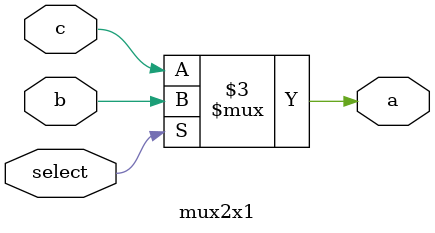
<source format=v>
module mux2x1 (a, b, c, select);
  input b, c, select;
  output reg a;

  always @(select or b or c) begin
    if (select) a=b;
    else        a=c;
  end
endmodule
</source>
